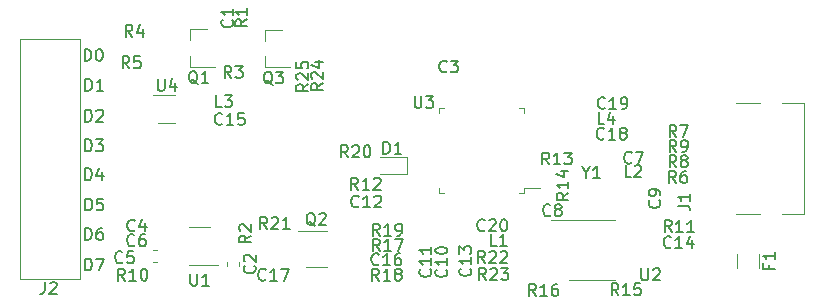
<source format=gbr>
%TF.GenerationSoftware,KiCad,Pcbnew,(5.1.6)-1*%
%TF.CreationDate,2020-08-12T13:20:57+08:00*%
%TF.ProjectId,sl_v2,736c5f76-322e-46b6-9963-61645f706362,rev?*%
%TF.SameCoordinates,Original*%
%TF.FileFunction,Legend,Top*%
%TF.FilePolarity,Positive*%
%FSLAX46Y46*%
G04 Gerber Fmt 4.6, Leading zero omitted, Abs format (unit mm)*
G04 Created by KiCad (PCBNEW (5.1.6)-1) date 2020-08-12 13:20:57*
%MOMM*%
%LPD*%
G01*
G04 APERTURE LIST*
%ADD10C,0.150000*%
%ADD11C,0.120000*%
G04 APERTURE END LIST*
D10*
X130833904Y-107487980D02*
X130833904Y-106487980D01*
X131072000Y-106487980D01*
X131214857Y-106535600D01*
X131310095Y-106630838D01*
X131357714Y-106726076D01*
X131405333Y-106916552D01*
X131405333Y-107059409D01*
X131357714Y-107249885D01*
X131310095Y-107345123D01*
X131214857Y-107440361D01*
X131072000Y-107487980D01*
X130833904Y-107487980D01*
X131738666Y-106487980D02*
X132405333Y-106487980D01*
X131976761Y-107487980D01*
X130833904Y-104897180D02*
X130833904Y-103897180D01*
X131072000Y-103897180D01*
X131214857Y-103944800D01*
X131310095Y-104040038D01*
X131357714Y-104135276D01*
X131405333Y-104325752D01*
X131405333Y-104468609D01*
X131357714Y-104659085D01*
X131310095Y-104754323D01*
X131214857Y-104849561D01*
X131072000Y-104897180D01*
X130833904Y-104897180D01*
X132262476Y-103897180D02*
X132072000Y-103897180D01*
X131976761Y-103944800D01*
X131929142Y-103992419D01*
X131833904Y-104135276D01*
X131786285Y-104325752D01*
X131786285Y-104706704D01*
X131833904Y-104801942D01*
X131881523Y-104849561D01*
X131976761Y-104897180D01*
X132167238Y-104897180D01*
X132262476Y-104849561D01*
X132310095Y-104801942D01*
X132357714Y-104706704D01*
X132357714Y-104468609D01*
X132310095Y-104373371D01*
X132262476Y-104325752D01*
X132167238Y-104278133D01*
X131976761Y-104278133D01*
X131881523Y-104325752D01*
X131833904Y-104373371D01*
X131786285Y-104468609D01*
X130859304Y-102407980D02*
X130859304Y-101407980D01*
X131097400Y-101407980D01*
X131240257Y-101455600D01*
X131335495Y-101550838D01*
X131383114Y-101646076D01*
X131430733Y-101836552D01*
X131430733Y-101979409D01*
X131383114Y-102169885D01*
X131335495Y-102265123D01*
X131240257Y-102360361D01*
X131097400Y-102407980D01*
X130859304Y-102407980D01*
X132335495Y-101407980D02*
X131859304Y-101407980D01*
X131811685Y-101884171D01*
X131859304Y-101836552D01*
X131954542Y-101788933D01*
X132192638Y-101788933D01*
X132287876Y-101836552D01*
X132335495Y-101884171D01*
X132383114Y-101979409D01*
X132383114Y-102217504D01*
X132335495Y-102312742D01*
X132287876Y-102360361D01*
X132192638Y-102407980D01*
X131954542Y-102407980D01*
X131859304Y-102360361D01*
X131811685Y-102312742D01*
X130833904Y-99842580D02*
X130833904Y-98842580D01*
X131072000Y-98842580D01*
X131214857Y-98890200D01*
X131310095Y-98985438D01*
X131357714Y-99080676D01*
X131405333Y-99271152D01*
X131405333Y-99414009D01*
X131357714Y-99604485D01*
X131310095Y-99699723D01*
X131214857Y-99794961D01*
X131072000Y-99842580D01*
X130833904Y-99842580D01*
X132262476Y-99175914D02*
X132262476Y-99842580D01*
X132024380Y-98794961D02*
X131786285Y-99509247D01*
X132405333Y-99509247D01*
X130833904Y-97404180D02*
X130833904Y-96404180D01*
X131072000Y-96404180D01*
X131214857Y-96451800D01*
X131310095Y-96547038D01*
X131357714Y-96642276D01*
X131405333Y-96832752D01*
X131405333Y-96975609D01*
X131357714Y-97166085D01*
X131310095Y-97261323D01*
X131214857Y-97356561D01*
X131072000Y-97404180D01*
X130833904Y-97404180D01*
X131738666Y-96404180D02*
X132357714Y-96404180D01*
X132024380Y-96785133D01*
X132167238Y-96785133D01*
X132262476Y-96832752D01*
X132310095Y-96880371D01*
X132357714Y-96975609D01*
X132357714Y-97213704D01*
X132310095Y-97308942D01*
X132262476Y-97356561D01*
X132167238Y-97404180D01*
X131881523Y-97404180D01*
X131786285Y-97356561D01*
X131738666Y-97308942D01*
X130833904Y-94889580D02*
X130833904Y-93889580D01*
X131072000Y-93889580D01*
X131214857Y-93937200D01*
X131310095Y-94032438D01*
X131357714Y-94127676D01*
X131405333Y-94318152D01*
X131405333Y-94461009D01*
X131357714Y-94651485D01*
X131310095Y-94746723D01*
X131214857Y-94841961D01*
X131072000Y-94889580D01*
X130833904Y-94889580D01*
X131786285Y-93984819D02*
X131833904Y-93937200D01*
X131929142Y-93889580D01*
X132167238Y-93889580D01*
X132262476Y-93937200D01*
X132310095Y-93984819D01*
X132357714Y-94080057D01*
X132357714Y-94175295D01*
X132310095Y-94318152D01*
X131738666Y-94889580D01*
X132357714Y-94889580D01*
X130859304Y-92273380D02*
X130859304Y-91273380D01*
X131097400Y-91273380D01*
X131240257Y-91321000D01*
X131335495Y-91416238D01*
X131383114Y-91511476D01*
X131430733Y-91701952D01*
X131430733Y-91844809D01*
X131383114Y-92035285D01*
X131335495Y-92130523D01*
X131240257Y-92225761D01*
X131097400Y-92273380D01*
X130859304Y-92273380D01*
X132383114Y-92273380D02*
X131811685Y-92273380D01*
X132097400Y-92273380D02*
X132097400Y-91273380D01*
X132002161Y-91416238D01*
X131906923Y-91511476D01*
X131811685Y-91559095D01*
X130783104Y-89758780D02*
X130783104Y-88758780D01*
X131021200Y-88758780D01*
X131164057Y-88806400D01*
X131259295Y-88901638D01*
X131306914Y-88996876D01*
X131354533Y-89187352D01*
X131354533Y-89330209D01*
X131306914Y-89520685D01*
X131259295Y-89615923D01*
X131164057Y-89711161D01*
X131021200Y-89758780D01*
X130783104Y-89758780D01*
X131973580Y-88758780D02*
X132068819Y-88758780D01*
X132164057Y-88806400D01*
X132211676Y-88854019D01*
X132259295Y-88949257D01*
X132306914Y-89139733D01*
X132306914Y-89377828D01*
X132259295Y-89568304D01*
X132211676Y-89663542D01*
X132164057Y-89711161D01*
X132068819Y-89758780D01*
X131973580Y-89758780D01*
X131878342Y-89711161D01*
X131830723Y-89663542D01*
X131783104Y-89568304D01*
X131735485Y-89377828D01*
X131735485Y-89139733D01*
X131783104Y-88949257D01*
X131830723Y-88854019D01*
X131878342Y-88806400D01*
X131973580Y-88758780D01*
D11*
%TO.C,J2*%
X125349000Y-87884000D02*
X125349000Y-108204000D01*
X125349000Y-108204000D02*
X130429000Y-108204000D01*
X130429000Y-108204000D02*
X130429000Y-87884000D01*
X130429000Y-87884000D02*
X125349000Y-87884000D01*
%TO.C,C2*%
X142873000Y-106771321D02*
X142873000Y-107096879D01*
X143893000Y-106771321D02*
X143893000Y-107096879D01*
%TO.C,U4*%
X137044200Y-94987600D02*
X138444200Y-94987600D01*
X138444200Y-92667600D02*
X136544200Y-92667600D01*
%TO.C,C5*%
X136916279Y-105789000D02*
X136590721Y-105789000D01*
X136916279Y-106809000D02*
X136590721Y-106809000D01*
%TO.C,D1*%
X158050700Y-97893200D02*
X155765700Y-97893200D01*
X158050700Y-99363200D02*
X158050700Y-97893200D01*
X155765700Y-99363200D02*
X158050700Y-99363200D01*
%TO.C,F1*%
X186034000Y-106080936D02*
X186034000Y-107285064D01*
X187854000Y-106080936D02*
X187854000Y-107285064D01*
%TO.C,J1*%
X191733000Y-102744000D02*
X191733000Y-93344000D01*
X185933000Y-93344000D02*
X187933000Y-93344000D01*
X189833000Y-93344000D02*
X191733000Y-93344000D01*
X185933000Y-102744000D02*
X187933000Y-102744000D01*
X189833000Y-102744000D02*
X191733000Y-102744000D01*
%TO.C,Q1*%
X139692600Y-87081200D02*
X141152600Y-87081200D01*
X139692600Y-90241200D02*
X141852600Y-90241200D01*
X139692600Y-90241200D02*
X139692600Y-89311200D01*
X139692600Y-87081200D02*
X139692600Y-88011200D01*
%TO.C,Q2*%
X151286100Y-104115900D02*
X148856100Y-104115900D01*
X149526100Y-107185900D02*
X151286100Y-107185900D01*
%TO.C,U1*%
X139612800Y-107032700D02*
X142062800Y-107032700D01*
X141412800Y-103812700D02*
X139612800Y-103812700D01*
%TO.C,U2*%
X173747200Y-103205600D02*
X170297200Y-103205600D01*
X173747200Y-103205600D02*
X175697200Y-103205600D01*
X173747200Y-108325600D02*
X171797200Y-108325600D01*
X173747200Y-108325600D02*
X175697200Y-108325600D01*
%TO.C,U3*%
X168028200Y-100489700D02*
X169318200Y-100489700D01*
X168028200Y-100939700D02*
X168028200Y-100489700D01*
X167578200Y-100939700D02*
X168028200Y-100939700D01*
X160808200Y-100939700D02*
X160808200Y-100489700D01*
X161258200Y-100939700D02*
X160808200Y-100939700D01*
X168028200Y-93719700D02*
X168028200Y-94169700D01*
X167578200Y-93719700D02*
X168028200Y-93719700D01*
X160808200Y-93719700D02*
X160808200Y-94169700D01*
X161258200Y-93719700D02*
X160808200Y-93719700D01*
%TO.C,Q3*%
X146036000Y-87127000D02*
X146036000Y-88057000D01*
X146036000Y-90287000D02*
X146036000Y-89357000D01*
X146036000Y-90287000D02*
X148196000Y-90287000D01*
X146036000Y-87127000D02*
X147496000Y-87127000D01*
%TO.C,J2*%
D10*
X127428666Y-108469180D02*
X127428666Y-109183466D01*
X127381047Y-109326323D01*
X127285809Y-109421561D01*
X127142952Y-109469180D01*
X127047714Y-109469180D01*
X127857238Y-108564419D02*
X127904857Y-108516800D01*
X128000095Y-108469180D01*
X128238190Y-108469180D01*
X128333428Y-108516800D01*
X128381047Y-108564419D01*
X128428666Y-108659657D01*
X128428666Y-108754895D01*
X128381047Y-108897752D01*
X127809619Y-109469180D01*
X128428666Y-109469180D01*
%TO.C,C2*%
X145170142Y-107100766D02*
X145217761Y-107148385D01*
X145265380Y-107291242D01*
X145265380Y-107386480D01*
X145217761Y-107529338D01*
X145122523Y-107624576D01*
X145027285Y-107672195D01*
X144836809Y-107719814D01*
X144693952Y-107719814D01*
X144503476Y-107672195D01*
X144408238Y-107624576D01*
X144313000Y-107529338D01*
X144265380Y-107386480D01*
X144265380Y-107291242D01*
X144313000Y-107148385D01*
X144360619Y-107100766D01*
X144360619Y-106719814D02*
X144313000Y-106672195D01*
X144265380Y-106576957D01*
X144265380Y-106338861D01*
X144313000Y-106243623D01*
X144360619Y-106196004D01*
X144455857Y-106148385D01*
X144551095Y-106148385D01*
X144693952Y-106196004D01*
X145265380Y-106767433D01*
X145265380Y-106148385D01*
%TO.C,R15*%
X175988742Y-109596180D02*
X175655409Y-109119990D01*
X175417314Y-109596180D02*
X175417314Y-108596180D01*
X175798266Y-108596180D01*
X175893504Y-108643800D01*
X175941123Y-108691419D01*
X175988742Y-108786657D01*
X175988742Y-108929514D01*
X175941123Y-109024752D01*
X175893504Y-109072371D01*
X175798266Y-109119990D01*
X175417314Y-109119990D01*
X176941123Y-109596180D02*
X176369695Y-109596180D01*
X176655409Y-109596180D02*
X176655409Y-108596180D01*
X176560171Y-108739038D01*
X176464933Y-108834276D01*
X176369695Y-108881895D01*
X177845885Y-108596180D02*
X177369695Y-108596180D01*
X177322076Y-109072371D01*
X177369695Y-109024752D01*
X177464933Y-108977133D01*
X177703028Y-108977133D01*
X177798266Y-109024752D01*
X177845885Y-109072371D01*
X177893504Y-109167609D01*
X177893504Y-109405704D01*
X177845885Y-109500942D01*
X177798266Y-109548561D01*
X177703028Y-109596180D01*
X177464933Y-109596180D01*
X177369695Y-109548561D01*
X177322076Y-109500942D01*
%TO.C,R22*%
X164685742Y-106852980D02*
X164352409Y-106376790D01*
X164114314Y-106852980D02*
X164114314Y-105852980D01*
X164495266Y-105852980D01*
X164590504Y-105900600D01*
X164638123Y-105948219D01*
X164685742Y-106043457D01*
X164685742Y-106186314D01*
X164638123Y-106281552D01*
X164590504Y-106329171D01*
X164495266Y-106376790D01*
X164114314Y-106376790D01*
X165066695Y-105948219D02*
X165114314Y-105900600D01*
X165209552Y-105852980D01*
X165447647Y-105852980D01*
X165542885Y-105900600D01*
X165590504Y-105948219D01*
X165638123Y-106043457D01*
X165638123Y-106138695D01*
X165590504Y-106281552D01*
X165019076Y-106852980D01*
X165638123Y-106852980D01*
X166019076Y-105948219D02*
X166066695Y-105900600D01*
X166161933Y-105852980D01*
X166400028Y-105852980D01*
X166495266Y-105900600D01*
X166542885Y-105948219D01*
X166590504Y-106043457D01*
X166590504Y-106138695D01*
X166542885Y-106281552D01*
X165971457Y-106852980D01*
X166590504Y-106852980D01*
%TO.C,C10*%
X161393142Y-107424457D02*
X161440761Y-107472076D01*
X161488380Y-107614933D01*
X161488380Y-107710171D01*
X161440761Y-107853028D01*
X161345523Y-107948266D01*
X161250285Y-107995885D01*
X161059809Y-108043504D01*
X160916952Y-108043504D01*
X160726476Y-107995885D01*
X160631238Y-107948266D01*
X160536000Y-107853028D01*
X160488380Y-107710171D01*
X160488380Y-107614933D01*
X160536000Y-107472076D01*
X160583619Y-107424457D01*
X161488380Y-106472076D02*
X161488380Y-107043504D01*
X161488380Y-106757790D02*
X160488380Y-106757790D01*
X160631238Y-106853028D01*
X160726476Y-106948266D01*
X160774095Y-107043504D01*
X160488380Y-105853028D02*
X160488380Y-105757790D01*
X160536000Y-105662552D01*
X160583619Y-105614933D01*
X160678857Y-105567314D01*
X160869333Y-105519695D01*
X161107428Y-105519695D01*
X161297904Y-105567314D01*
X161393142Y-105614933D01*
X161440761Y-105662552D01*
X161488380Y-105757790D01*
X161488380Y-105853028D01*
X161440761Y-105948266D01*
X161393142Y-105995885D01*
X161297904Y-106043504D01*
X161107428Y-106091123D01*
X160869333Y-106091123D01*
X160678857Y-106043504D01*
X160583619Y-105995885D01*
X160536000Y-105948266D01*
X160488380Y-105853028D01*
%TO.C,U4*%
X136982295Y-91279980D02*
X136982295Y-92089504D01*
X137029914Y-92184742D01*
X137077533Y-92232361D01*
X137172771Y-92279980D01*
X137363247Y-92279980D01*
X137458485Y-92232361D01*
X137506104Y-92184742D01*
X137553723Y-92089504D01*
X137553723Y-91279980D01*
X138458485Y-91613314D02*
X138458485Y-92279980D01*
X138220390Y-91232361D02*
X137982295Y-91946647D01*
X138601342Y-91946647D01*
%TO.C,L3*%
X142403533Y-93644980D02*
X141927342Y-93644980D01*
X141927342Y-92644980D01*
X142641628Y-92644980D02*
X143260676Y-92644980D01*
X142927342Y-93025933D01*
X143070200Y-93025933D01*
X143165438Y-93073552D01*
X143213057Y-93121171D01*
X143260676Y-93216409D01*
X143260676Y-93454504D01*
X143213057Y-93549742D01*
X143165438Y-93597361D01*
X143070200Y-93644980D01*
X142784485Y-93644980D01*
X142689247Y-93597361D01*
X142641628Y-93549742D01*
%TO.C,C15*%
X142435342Y-95073742D02*
X142387723Y-95121361D01*
X142244866Y-95168980D01*
X142149628Y-95168980D01*
X142006771Y-95121361D01*
X141911533Y-95026123D01*
X141863914Y-94930885D01*
X141816295Y-94740409D01*
X141816295Y-94597552D01*
X141863914Y-94407076D01*
X141911533Y-94311838D01*
X142006771Y-94216600D01*
X142149628Y-94168980D01*
X142244866Y-94168980D01*
X142387723Y-94216600D01*
X142435342Y-94264219D01*
X143387723Y-95168980D02*
X142816295Y-95168980D01*
X143102009Y-95168980D02*
X143102009Y-94168980D01*
X143006771Y-94311838D01*
X142911533Y-94407076D01*
X142816295Y-94454695D01*
X144292485Y-94168980D02*
X143816295Y-94168980D01*
X143768676Y-94645171D01*
X143816295Y-94597552D01*
X143911533Y-94549933D01*
X144149628Y-94549933D01*
X144244866Y-94597552D01*
X144292485Y-94645171D01*
X144340104Y-94740409D01*
X144340104Y-94978504D01*
X144292485Y-95073742D01*
X144244866Y-95121361D01*
X144149628Y-95168980D01*
X143911533Y-95168980D01*
X143816295Y-95121361D01*
X143768676Y-95073742D01*
%TO.C,C1*%
X143282942Y-86272666D02*
X143330561Y-86320285D01*
X143378180Y-86463142D01*
X143378180Y-86558380D01*
X143330561Y-86701238D01*
X143235323Y-86796476D01*
X143140085Y-86844095D01*
X142949609Y-86891714D01*
X142806752Y-86891714D01*
X142616276Y-86844095D01*
X142521038Y-86796476D01*
X142425800Y-86701238D01*
X142378180Y-86558380D01*
X142378180Y-86463142D01*
X142425800Y-86320285D01*
X142473419Y-86272666D01*
X143378180Y-85320285D02*
X143378180Y-85891714D01*
X143378180Y-85606000D02*
X142378180Y-85606000D01*
X142521038Y-85701238D01*
X142616276Y-85796476D01*
X142663895Y-85891714D01*
%TO.C,C3*%
X161453533Y-90628742D02*
X161405914Y-90676361D01*
X161263057Y-90723980D01*
X161167819Y-90723980D01*
X161024961Y-90676361D01*
X160929723Y-90581123D01*
X160882104Y-90485885D01*
X160834485Y-90295409D01*
X160834485Y-90152552D01*
X160882104Y-89962076D01*
X160929723Y-89866838D01*
X161024961Y-89771600D01*
X161167819Y-89723980D01*
X161263057Y-89723980D01*
X161405914Y-89771600D01*
X161453533Y-89819219D01*
X161786866Y-89723980D02*
X162405914Y-89723980D01*
X162072580Y-90104933D01*
X162215438Y-90104933D01*
X162310676Y-90152552D01*
X162358295Y-90200171D01*
X162405914Y-90295409D01*
X162405914Y-90533504D01*
X162358295Y-90628742D01*
X162310676Y-90676361D01*
X162215438Y-90723980D01*
X161929723Y-90723980D01*
X161834485Y-90676361D01*
X161786866Y-90628742D01*
%TO.C,C4*%
X135037533Y-104090742D02*
X134989914Y-104138361D01*
X134847057Y-104185980D01*
X134751819Y-104185980D01*
X134608961Y-104138361D01*
X134513723Y-104043123D01*
X134466104Y-103947885D01*
X134418485Y-103757409D01*
X134418485Y-103614552D01*
X134466104Y-103424076D01*
X134513723Y-103328838D01*
X134608961Y-103233600D01*
X134751819Y-103185980D01*
X134847057Y-103185980D01*
X134989914Y-103233600D01*
X135037533Y-103281219D01*
X135894676Y-103519314D02*
X135894676Y-104185980D01*
X135656580Y-103138361D02*
X135418485Y-103852647D01*
X136037533Y-103852647D01*
%TO.C,C5*%
X133996133Y-106783142D02*
X133948514Y-106830761D01*
X133805657Y-106878380D01*
X133710419Y-106878380D01*
X133567561Y-106830761D01*
X133472323Y-106735523D01*
X133424704Y-106640285D01*
X133377085Y-106449809D01*
X133377085Y-106306952D01*
X133424704Y-106116476D01*
X133472323Y-106021238D01*
X133567561Y-105926000D01*
X133710419Y-105878380D01*
X133805657Y-105878380D01*
X133948514Y-105926000D01*
X133996133Y-105973619D01*
X134900895Y-105878380D02*
X134424704Y-105878380D01*
X134377085Y-106354571D01*
X134424704Y-106306952D01*
X134519942Y-106259333D01*
X134758038Y-106259333D01*
X134853276Y-106306952D01*
X134900895Y-106354571D01*
X134948514Y-106449809D01*
X134948514Y-106687904D01*
X134900895Y-106783142D01*
X134853276Y-106830761D01*
X134758038Y-106878380D01*
X134519942Y-106878380D01*
X134424704Y-106830761D01*
X134377085Y-106783142D01*
%TO.C,C6*%
X135012133Y-105335342D02*
X134964514Y-105382961D01*
X134821657Y-105430580D01*
X134726419Y-105430580D01*
X134583561Y-105382961D01*
X134488323Y-105287723D01*
X134440704Y-105192485D01*
X134393085Y-105002009D01*
X134393085Y-104859152D01*
X134440704Y-104668676D01*
X134488323Y-104573438D01*
X134583561Y-104478200D01*
X134726419Y-104430580D01*
X134821657Y-104430580D01*
X134964514Y-104478200D01*
X135012133Y-104525819D01*
X135869276Y-104430580D02*
X135678800Y-104430580D01*
X135583561Y-104478200D01*
X135535942Y-104525819D01*
X135440704Y-104668676D01*
X135393085Y-104859152D01*
X135393085Y-105240104D01*
X135440704Y-105335342D01*
X135488323Y-105382961D01*
X135583561Y-105430580D01*
X135774038Y-105430580D01*
X135869276Y-105382961D01*
X135916895Y-105335342D01*
X135964514Y-105240104D01*
X135964514Y-105002009D01*
X135916895Y-104906771D01*
X135869276Y-104859152D01*
X135774038Y-104811533D01*
X135583561Y-104811533D01*
X135488323Y-104859152D01*
X135440704Y-104906771D01*
X135393085Y-105002009D01*
%TO.C,C7*%
X177099933Y-98350342D02*
X177052314Y-98397961D01*
X176909457Y-98445580D01*
X176814219Y-98445580D01*
X176671361Y-98397961D01*
X176576123Y-98302723D01*
X176528504Y-98207485D01*
X176480885Y-98017009D01*
X176480885Y-97874152D01*
X176528504Y-97683676D01*
X176576123Y-97588438D01*
X176671361Y-97493200D01*
X176814219Y-97445580D01*
X176909457Y-97445580D01*
X177052314Y-97493200D01*
X177099933Y-97540819D01*
X177433266Y-97445580D02*
X178099933Y-97445580D01*
X177671361Y-98445580D01*
%TO.C,C8*%
X170216533Y-102795342D02*
X170168914Y-102842961D01*
X170026057Y-102890580D01*
X169930819Y-102890580D01*
X169787961Y-102842961D01*
X169692723Y-102747723D01*
X169645104Y-102652485D01*
X169597485Y-102462009D01*
X169597485Y-102319152D01*
X169645104Y-102128676D01*
X169692723Y-102033438D01*
X169787961Y-101938200D01*
X169930819Y-101890580D01*
X170026057Y-101890580D01*
X170168914Y-101938200D01*
X170216533Y-101985819D01*
X170787961Y-102319152D02*
X170692723Y-102271533D01*
X170645104Y-102223914D01*
X170597485Y-102128676D01*
X170597485Y-102081057D01*
X170645104Y-101985819D01*
X170692723Y-101938200D01*
X170787961Y-101890580D01*
X170978438Y-101890580D01*
X171073676Y-101938200D01*
X171121295Y-101985819D01*
X171168914Y-102081057D01*
X171168914Y-102128676D01*
X171121295Y-102223914D01*
X171073676Y-102271533D01*
X170978438Y-102319152D01*
X170787961Y-102319152D01*
X170692723Y-102366771D01*
X170645104Y-102414390D01*
X170597485Y-102509628D01*
X170597485Y-102700104D01*
X170645104Y-102795342D01*
X170692723Y-102842961D01*
X170787961Y-102890580D01*
X170978438Y-102890580D01*
X171073676Y-102842961D01*
X171121295Y-102795342D01*
X171168914Y-102700104D01*
X171168914Y-102509628D01*
X171121295Y-102414390D01*
X171073676Y-102366771D01*
X170978438Y-102319152D01*
%TO.C,C9*%
X179452542Y-101563466D02*
X179500161Y-101611085D01*
X179547780Y-101753942D01*
X179547780Y-101849180D01*
X179500161Y-101992038D01*
X179404923Y-102087276D01*
X179309685Y-102134895D01*
X179119209Y-102182514D01*
X178976352Y-102182514D01*
X178785876Y-102134895D01*
X178690638Y-102087276D01*
X178595400Y-101992038D01*
X178547780Y-101849180D01*
X178547780Y-101753942D01*
X178595400Y-101611085D01*
X178643019Y-101563466D01*
X179547780Y-101087276D02*
X179547780Y-100896800D01*
X179500161Y-100801561D01*
X179452542Y-100753942D01*
X179309685Y-100658704D01*
X179119209Y-100611085D01*
X178738257Y-100611085D01*
X178643019Y-100658704D01*
X178595400Y-100706323D01*
X178547780Y-100801561D01*
X178547780Y-100992038D01*
X178595400Y-101087276D01*
X178643019Y-101134895D01*
X178738257Y-101182514D01*
X178976352Y-101182514D01*
X179071590Y-101134895D01*
X179119209Y-101087276D01*
X179166828Y-100992038D01*
X179166828Y-100801561D01*
X179119209Y-100706323D01*
X179071590Y-100658704D01*
X178976352Y-100611085D01*
%TO.C,C11*%
X160046942Y-107399057D02*
X160094561Y-107446676D01*
X160142180Y-107589533D01*
X160142180Y-107684771D01*
X160094561Y-107827628D01*
X159999323Y-107922866D01*
X159904085Y-107970485D01*
X159713609Y-108018104D01*
X159570752Y-108018104D01*
X159380276Y-107970485D01*
X159285038Y-107922866D01*
X159189800Y-107827628D01*
X159142180Y-107684771D01*
X159142180Y-107589533D01*
X159189800Y-107446676D01*
X159237419Y-107399057D01*
X160142180Y-106446676D02*
X160142180Y-107018104D01*
X160142180Y-106732390D02*
X159142180Y-106732390D01*
X159285038Y-106827628D01*
X159380276Y-106922866D01*
X159427895Y-107018104D01*
X160142180Y-105494295D02*
X160142180Y-106065723D01*
X160142180Y-105780009D02*
X159142180Y-105780009D01*
X159285038Y-105875247D01*
X159380276Y-105970485D01*
X159427895Y-106065723D01*
%TO.C,C12*%
X153992342Y-102058742D02*
X153944723Y-102106361D01*
X153801866Y-102153980D01*
X153706628Y-102153980D01*
X153563771Y-102106361D01*
X153468533Y-102011123D01*
X153420914Y-101915885D01*
X153373295Y-101725409D01*
X153373295Y-101582552D01*
X153420914Y-101392076D01*
X153468533Y-101296838D01*
X153563771Y-101201600D01*
X153706628Y-101153980D01*
X153801866Y-101153980D01*
X153944723Y-101201600D01*
X153992342Y-101249219D01*
X154944723Y-102153980D02*
X154373295Y-102153980D01*
X154659009Y-102153980D02*
X154659009Y-101153980D01*
X154563771Y-101296838D01*
X154468533Y-101392076D01*
X154373295Y-101439695D01*
X155325676Y-101249219D02*
X155373295Y-101201600D01*
X155468533Y-101153980D01*
X155706628Y-101153980D01*
X155801866Y-101201600D01*
X155849485Y-101249219D01*
X155897104Y-101344457D01*
X155897104Y-101439695D01*
X155849485Y-101582552D01*
X155278057Y-102153980D01*
X155897104Y-102153980D01*
%TO.C,C13*%
X163425142Y-107348257D02*
X163472761Y-107395876D01*
X163520380Y-107538733D01*
X163520380Y-107633971D01*
X163472761Y-107776828D01*
X163377523Y-107872066D01*
X163282285Y-107919685D01*
X163091809Y-107967304D01*
X162948952Y-107967304D01*
X162758476Y-107919685D01*
X162663238Y-107872066D01*
X162568000Y-107776828D01*
X162520380Y-107633971D01*
X162520380Y-107538733D01*
X162568000Y-107395876D01*
X162615619Y-107348257D01*
X163520380Y-106395876D02*
X163520380Y-106967304D01*
X163520380Y-106681590D02*
X162520380Y-106681590D01*
X162663238Y-106776828D01*
X162758476Y-106872066D01*
X162806095Y-106967304D01*
X162520380Y-106062542D02*
X162520380Y-105443495D01*
X162901333Y-105776828D01*
X162901333Y-105633971D01*
X162948952Y-105538733D01*
X162996571Y-105491114D01*
X163091809Y-105443495D01*
X163329904Y-105443495D01*
X163425142Y-105491114D01*
X163472761Y-105538733D01*
X163520380Y-105633971D01*
X163520380Y-105919685D01*
X163472761Y-106014923D01*
X163425142Y-106062542D01*
%TO.C,C14*%
X180433742Y-105513142D02*
X180386123Y-105560761D01*
X180243266Y-105608380D01*
X180148028Y-105608380D01*
X180005171Y-105560761D01*
X179909933Y-105465523D01*
X179862314Y-105370285D01*
X179814695Y-105179809D01*
X179814695Y-105036952D01*
X179862314Y-104846476D01*
X179909933Y-104751238D01*
X180005171Y-104656000D01*
X180148028Y-104608380D01*
X180243266Y-104608380D01*
X180386123Y-104656000D01*
X180433742Y-104703619D01*
X181386123Y-105608380D02*
X180814695Y-105608380D01*
X181100409Y-105608380D02*
X181100409Y-104608380D01*
X181005171Y-104751238D01*
X180909933Y-104846476D01*
X180814695Y-104894095D01*
X182243266Y-104941714D02*
X182243266Y-105608380D01*
X182005171Y-104560761D02*
X181767076Y-105275047D01*
X182386123Y-105275047D01*
%TO.C,C16*%
X155694142Y-106960942D02*
X155646523Y-107008561D01*
X155503666Y-107056180D01*
X155408428Y-107056180D01*
X155265571Y-107008561D01*
X155170333Y-106913323D01*
X155122714Y-106818085D01*
X155075095Y-106627609D01*
X155075095Y-106484752D01*
X155122714Y-106294276D01*
X155170333Y-106199038D01*
X155265571Y-106103800D01*
X155408428Y-106056180D01*
X155503666Y-106056180D01*
X155646523Y-106103800D01*
X155694142Y-106151419D01*
X156646523Y-107056180D02*
X156075095Y-107056180D01*
X156360809Y-107056180D02*
X156360809Y-106056180D01*
X156265571Y-106199038D01*
X156170333Y-106294276D01*
X156075095Y-106341895D01*
X157503666Y-106056180D02*
X157313190Y-106056180D01*
X157217952Y-106103800D01*
X157170333Y-106151419D01*
X157075095Y-106294276D01*
X157027476Y-106484752D01*
X157027476Y-106865704D01*
X157075095Y-106960942D01*
X157122714Y-107008561D01*
X157217952Y-107056180D01*
X157408428Y-107056180D01*
X157503666Y-107008561D01*
X157551285Y-106960942D01*
X157598904Y-106865704D01*
X157598904Y-106627609D01*
X157551285Y-106532371D01*
X157503666Y-106484752D01*
X157408428Y-106437133D01*
X157217952Y-106437133D01*
X157122714Y-106484752D01*
X157075095Y-106532371D01*
X157027476Y-106627609D01*
%TO.C,C17*%
X146118342Y-108256342D02*
X146070723Y-108303961D01*
X145927866Y-108351580D01*
X145832628Y-108351580D01*
X145689771Y-108303961D01*
X145594533Y-108208723D01*
X145546914Y-108113485D01*
X145499295Y-107923009D01*
X145499295Y-107780152D01*
X145546914Y-107589676D01*
X145594533Y-107494438D01*
X145689771Y-107399200D01*
X145832628Y-107351580D01*
X145927866Y-107351580D01*
X146070723Y-107399200D01*
X146118342Y-107446819D01*
X147070723Y-108351580D02*
X146499295Y-108351580D01*
X146785009Y-108351580D02*
X146785009Y-107351580D01*
X146689771Y-107494438D01*
X146594533Y-107589676D01*
X146499295Y-107637295D01*
X147404057Y-107351580D02*
X148070723Y-107351580D01*
X147642152Y-108351580D01*
%TO.C,C18*%
X174769542Y-96318342D02*
X174721923Y-96365961D01*
X174579066Y-96413580D01*
X174483828Y-96413580D01*
X174340971Y-96365961D01*
X174245733Y-96270723D01*
X174198114Y-96175485D01*
X174150495Y-95985009D01*
X174150495Y-95842152D01*
X174198114Y-95651676D01*
X174245733Y-95556438D01*
X174340971Y-95461200D01*
X174483828Y-95413580D01*
X174579066Y-95413580D01*
X174721923Y-95461200D01*
X174769542Y-95508819D01*
X175721923Y-96413580D02*
X175150495Y-96413580D01*
X175436209Y-96413580D02*
X175436209Y-95413580D01*
X175340971Y-95556438D01*
X175245733Y-95651676D01*
X175150495Y-95699295D01*
X176293352Y-95842152D02*
X176198114Y-95794533D01*
X176150495Y-95746914D01*
X176102876Y-95651676D01*
X176102876Y-95604057D01*
X176150495Y-95508819D01*
X176198114Y-95461200D01*
X176293352Y-95413580D01*
X176483828Y-95413580D01*
X176579066Y-95461200D01*
X176626685Y-95508819D01*
X176674304Y-95604057D01*
X176674304Y-95651676D01*
X176626685Y-95746914D01*
X176579066Y-95794533D01*
X176483828Y-95842152D01*
X176293352Y-95842152D01*
X176198114Y-95889771D01*
X176150495Y-95937390D01*
X176102876Y-96032628D01*
X176102876Y-96223104D01*
X176150495Y-96318342D01*
X176198114Y-96365961D01*
X176293352Y-96413580D01*
X176483828Y-96413580D01*
X176579066Y-96365961D01*
X176626685Y-96318342D01*
X176674304Y-96223104D01*
X176674304Y-96032628D01*
X176626685Y-95937390D01*
X176579066Y-95889771D01*
X176483828Y-95842152D01*
%TO.C,D1*%
X156081504Y-97607380D02*
X156081504Y-96607380D01*
X156319600Y-96607380D01*
X156462457Y-96655000D01*
X156557695Y-96750238D01*
X156605314Y-96845476D01*
X156652933Y-97035952D01*
X156652933Y-97178809D01*
X156605314Y-97369285D01*
X156557695Y-97464523D01*
X156462457Y-97559761D01*
X156319600Y-97607380D01*
X156081504Y-97607380D01*
X157605314Y-97607380D02*
X157033885Y-97607380D01*
X157319600Y-97607380D02*
X157319600Y-96607380D01*
X157224361Y-96750238D01*
X157129123Y-96845476D01*
X157033885Y-96893095D01*
%TO.C,F1*%
X188692571Y-107016333D02*
X188692571Y-107349666D01*
X189216380Y-107349666D02*
X188216380Y-107349666D01*
X188216380Y-106873476D01*
X189216380Y-105968714D02*
X189216380Y-106540142D01*
X189216380Y-106254428D02*
X188216380Y-106254428D01*
X188359238Y-106349666D01*
X188454476Y-106444904D01*
X188502095Y-106540142D01*
%TO.C,J1*%
X181036980Y-102009533D02*
X181751266Y-102009533D01*
X181894123Y-102057152D01*
X181989361Y-102152390D01*
X182036980Y-102295247D01*
X182036980Y-102390485D01*
X182036980Y-101009533D02*
X182036980Y-101580961D01*
X182036980Y-101295247D02*
X181036980Y-101295247D01*
X181179838Y-101390485D01*
X181275076Y-101485723D01*
X181322695Y-101580961D01*
%TO.C,L1*%
X165669933Y-105405180D02*
X165193742Y-105405180D01*
X165193742Y-104405180D01*
X166527076Y-105405180D02*
X165955647Y-105405180D01*
X166241361Y-105405180D02*
X166241361Y-104405180D01*
X166146123Y-104548038D01*
X166050885Y-104643276D01*
X165955647Y-104690895D01*
%TO.C,L2*%
X177074533Y-99588580D02*
X176598342Y-99588580D01*
X176598342Y-98588580D01*
X177360247Y-98683819D02*
X177407866Y-98636200D01*
X177503104Y-98588580D01*
X177741200Y-98588580D01*
X177836438Y-98636200D01*
X177884057Y-98683819D01*
X177931676Y-98779057D01*
X177931676Y-98874295D01*
X177884057Y-99017152D01*
X177312628Y-99588580D01*
X177931676Y-99588580D01*
%TO.C,L4*%
X174788533Y-95118180D02*
X174312342Y-95118180D01*
X174312342Y-94118180D01*
X175550438Y-94451514D02*
X175550438Y-95118180D01*
X175312342Y-94070561D02*
X175074247Y-94784847D01*
X175693295Y-94784847D01*
%TO.C,Q1*%
X140357361Y-91708819D02*
X140262123Y-91661200D01*
X140166885Y-91565961D01*
X140024028Y-91423104D01*
X139928790Y-91375485D01*
X139833552Y-91375485D01*
X139881171Y-91613580D02*
X139785933Y-91565961D01*
X139690695Y-91470723D01*
X139643076Y-91280247D01*
X139643076Y-90946914D01*
X139690695Y-90756438D01*
X139785933Y-90661200D01*
X139881171Y-90613580D01*
X140071647Y-90613580D01*
X140166885Y-90661200D01*
X140262123Y-90756438D01*
X140309742Y-90946914D01*
X140309742Y-91280247D01*
X140262123Y-91470723D01*
X140166885Y-91565961D01*
X140071647Y-91613580D01*
X139881171Y-91613580D01*
X141262123Y-91613580D02*
X140690695Y-91613580D01*
X140976409Y-91613580D02*
X140976409Y-90613580D01*
X140881171Y-90756438D01*
X140785933Y-90851676D01*
X140690695Y-90899295D01*
%TO.C,Q2*%
X150310861Y-103723519D02*
X150215623Y-103675900D01*
X150120385Y-103580661D01*
X149977528Y-103437804D01*
X149882290Y-103390185D01*
X149787052Y-103390185D01*
X149834671Y-103628280D02*
X149739433Y-103580661D01*
X149644195Y-103485423D01*
X149596576Y-103294947D01*
X149596576Y-102961614D01*
X149644195Y-102771138D01*
X149739433Y-102675900D01*
X149834671Y-102628280D01*
X150025147Y-102628280D01*
X150120385Y-102675900D01*
X150215623Y-102771138D01*
X150263242Y-102961614D01*
X150263242Y-103294947D01*
X150215623Y-103485423D01*
X150120385Y-103580661D01*
X150025147Y-103628280D01*
X149834671Y-103628280D01*
X150644195Y-102723519D02*
X150691814Y-102675900D01*
X150787052Y-102628280D01*
X151025147Y-102628280D01*
X151120385Y-102675900D01*
X151168004Y-102723519D01*
X151215623Y-102818757D01*
X151215623Y-102913995D01*
X151168004Y-103056852D01*
X150596576Y-103628280D01*
X151215623Y-103628280D01*
%TO.C,R1*%
X144546580Y-86247266D02*
X144070390Y-86580600D01*
X144546580Y-86818695D02*
X143546580Y-86818695D01*
X143546580Y-86437742D01*
X143594200Y-86342504D01*
X143641819Y-86294885D01*
X143737057Y-86247266D01*
X143879914Y-86247266D01*
X143975152Y-86294885D01*
X144022771Y-86342504D01*
X144070390Y-86437742D01*
X144070390Y-86818695D01*
X144546580Y-85294885D02*
X144546580Y-85866314D01*
X144546580Y-85580600D02*
X143546580Y-85580600D01*
X143689438Y-85675838D01*
X143784676Y-85771076D01*
X143832295Y-85866314D01*
%TO.C,R2*%
X144878380Y-104537666D02*
X144402190Y-104871000D01*
X144878380Y-105109095D02*
X143878380Y-105109095D01*
X143878380Y-104728142D01*
X143926000Y-104632904D01*
X143973619Y-104585285D01*
X144068857Y-104537666D01*
X144211714Y-104537666D01*
X144306952Y-104585285D01*
X144354571Y-104632904D01*
X144402190Y-104728142D01*
X144402190Y-105109095D01*
X143973619Y-104156714D02*
X143926000Y-104109095D01*
X143878380Y-104013857D01*
X143878380Y-103775761D01*
X143926000Y-103680523D01*
X143973619Y-103632904D01*
X144068857Y-103585285D01*
X144164095Y-103585285D01*
X144306952Y-103632904D01*
X144878380Y-104204333D01*
X144878380Y-103585285D01*
%TO.C,R3*%
X143213933Y-91182780D02*
X142880600Y-90706590D01*
X142642504Y-91182780D02*
X142642504Y-90182780D01*
X143023457Y-90182780D01*
X143118695Y-90230400D01*
X143166314Y-90278019D01*
X143213933Y-90373257D01*
X143213933Y-90516114D01*
X143166314Y-90611352D01*
X143118695Y-90658971D01*
X143023457Y-90706590D01*
X142642504Y-90706590D01*
X143547266Y-90182780D02*
X144166314Y-90182780D01*
X143832980Y-90563733D01*
X143975838Y-90563733D01*
X144071076Y-90611352D01*
X144118695Y-90658971D01*
X144166314Y-90754209D01*
X144166314Y-90992304D01*
X144118695Y-91087542D01*
X144071076Y-91135161D01*
X143975838Y-91182780D01*
X143690123Y-91182780D01*
X143594885Y-91135161D01*
X143547266Y-91087542D01*
%TO.C,R4*%
X134834333Y-87701380D02*
X134501000Y-87225190D01*
X134262904Y-87701380D02*
X134262904Y-86701380D01*
X134643857Y-86701380D01*
X134739095Y-86749000D01*
X134786714Y-86796619D01*
X134834333Y-86891857D01*
X134834333Y-87034714D01*
X134786714Y-87129952D01*
X134739095Y-87177571D01*
X134643857Y-87225190D01*
X134262904Y-87225190D01*
X135691476Y-87034714D02*
X135691476Y-87701380D01*
X135453380Y-86653761D02*
X135215285Y-87368047D01*
X135834333Y-87368047D01*
%TO.C,R5*%
X134580333Y-90368380D02*
X134247000Y-89892190D01*
X134008904Y-90368380D02*
X134008904Y-89368380D01*
X134389857Y-89368380D01*
X134485095Y-89416000D01*
X134532714Y-89463619D01*
X134580333Y-89558857D01*
X134580333Y-89701714D01*
X134532714Y-89796952D01*
X134485095Y-89844571D01*
X134389857Y-89892190D01*
X134008904Y-89892190D01*
X135485095Y-89368380D02*
X135008904Y-89368380D01*
X134961285Y-89844571D01*
X135008904Y-89796952D01*
X135104142Y-89749333D01*
X135342238Y-89749333D01*
X135437476Y-89796952D01*
X135485095Y-89844571D01*
X135532714Y-89939809D01*
X135532714Y-90177904D01*
X135485095Y-90273142D01*
X135437476Y-90320761D01*
X135342238Y-90368380D01*
X135104142Y-90368380D01*
X135008904Y-90320761D01*
X134961285Y-90273142D01*
%TO.C,R6*%
X180859133Y-100071180D02*
X180525800Y-99594990D01*
X180287704Y-100071180D02*
X180287704Y-99071180D01*
X180668657Y-99071180D01*
X180763895Y-99118800D01*
X180811514Y-99166419D01*
X180859133Y-99261657D01*
X180859133Y-99404514D01*
X180811514Y-99499752D01*
X180763895Y-99547371D01*
X180668657Y-99594990D01*
X180287704Y-99594990D01*
X181716276Y-99071180D02*
X181525800Y-99071180D01*
X181430561Y-99118800D01*
X181382942Y-99166419D01*
X181287704Y-99309276D01*
X181240085Y-99499752D01*
X181240085Y-99880704D01*
X181287704Y-99975942D01*
X181335323Y-100023561D01*
X181430561Y-100071180D01*
X181621038Y-100071180D01*
X181716276Y-100023561D01*
X181763895Y-99975942D01*
X181811514Y-99880704D01*
X181811514Y-99642609D01*
X181763895Y-99547371D01*
X181716276Y-99499752D01*
X181621038Y-99452133D01*
X181430561Y-99452133D01*
X181335323Y-99499752D01*
X181287704Y-99547371D01*
X181240085Y-99642609D01*
%TO.C,R7*%
X180884533Y-96184980D02*
X180551200Y-95708790D01*
X180313104Y-96184980D02*
X180313104Y-95184980D01*
X180694057Y-95184980D01*
X180789295Y-95232600D01*
X180836914Y-95280219D01*
X180884533Y-95375457D01*
X180884533Y-95518314D01*
X180836914Y-95613552D01*
X180789295Y-95661171D01*
X180694057Y-95708790D01*
X180313104Y-95708790D01*
X181217866Y-95184980D02*
X181884533Y-95184980D01*
X181455961Y-96184980D01*
%TO.C,R8*%
X180884533Y-98750380D02*
X180551200Y-98274190D01*
X180313104Y-98750380D02*
X180313104Y-97750380D01*
X180694057Y-97750380D01*
X180789295Y-97798000D01*
X180836914Y-97845619D01*
X180884533Y-97940857D01*
X180884533Y-98083714D01*
X180836914Y-98178952D01*
X180789295Y-98226571D01*
X180694057Y-98274190D01*
X180313104Y-98274190D01*
X181455961Y-98178952D02*
X181360723Y-98131333D01*
X181313104Y-98083714D01*
X181265485Y-97988476D01*
X181265485Y-97940857D01*
X181313104Y-97845619D01*
X181360723Y-97798000D01*
X181455961Y-97750380D01*
X181646438Y-97750380D01*
X181741676Y-97798000D01*
X181789295Y-97845619D01*
X181836914Y-97940857D01*
X181836914Y-97988476D01*
X181789295Y-98083714D01*
X181741676Y-98131333D01*
X181646438Y-98178952D01*
X181455961Y-98178952D01*
X181360723Y-98226571D01*
X181313104Y-98274190D01*
X181265485Y-98369428D01*
X181265485Y-98559904D01*
X181313104Y-98655142D01*
X181360723Y-98702761D01*
X181455961Y-98750380D01*
X181646438Y-98750380D01*
X181741676Y-98702761D01*
X181789295Y-98655142D01*
X181836914Y-98559904D01*
X181836914Y-98369428D01*
X181789295Y-98274190D01*
X181741676Y-98226571D01*
X181646438Y-98178952D01*
%TO.C,R9*%
X180884533Y-97454980D02*
X180551200Y-96978790D01*
X180313104Y-97454980D02*
X180313104Y-96454980D01*
X180694057Y-96454980D01*
X180789295Y-96502600D01*
X180836914Y-96550219D01*
X180884533Y-96645457D01*
X180884533Y-96788314D01*
X180836914Y-96883552D01*
X180789295Y-96931171D01*
X180694057Y-96978790D01*
X180313104Y-96978790D01*
X181360723Y-97454980D02*
X181551200Y-97454980D01*
X181646438Y-97407361D01*
X181694057Y-97359742D01*
X181789295Y-97216885D01*
X181836914Y-97026409D01*
X181836914Y-96645457D01*
X181789295Y-96550219D01*
X181741676Y-96502600D01*
X181646438Y-96454980D01*
X181455961Y-96454980D01*
X181360723Y-96502600D01*
X181313104Y-96550219D01*
X181265485Y-96645457D01*
X181265485Y-96883552D01*
X181313104Y-96978790D01*
X181360723Y-97026409D01*
X181455961Y-97074028D01*
X181646438Y-97074028D01*
X181741676Y-97026409D01*
X181789295Y-96978790D01*
X181836914Y-96883552D01*
%TO.C,R10*%
X134205742Y-108351580D02*
X133872409Y-107875390D01*
X133634314Y-108351580D02*
X133634314Y-107351580D01*
X134015266Y-107351580D01*
X134110504Y-107399200D01*
X134158123Y-107446819D01*
X134205742Y-107542057D01*
X134205742Y-107684914D01*
X134158123Y-107780152D01*
X134110504Y-107827771D01*
X134015266Y-107875390D01*
X133634314Y-107875390D01*
X135158123Y-108351580D02*
X134586695Y-108351580D01*
X134872409Y-108351580D02*
X134872409Y-107351580D01*
X134777171Y-107494438D01*
X134681933Y-107589676D01*
X134586695Y-107637295D01*
X135777171Y-107351580D02*
X135872409Y-107351580D01*
X135967647Y-107399200D01*
X136015266Y-107446819D01*
X136062885Y-107542057D01*
X136110504Y-107732533D01*
X136110504Y-107970628D01*
X136062885Y-108161104D01*
X136015266Y-108256342D01*
X135967647Y-108303961D01*
X135872409Y-108351580D01*
X135777171Y-108351580D01*
X135681933Y-108303961D01*
X135634314Y-108256342D01*
X135586695Y-108161104D01*
X135539076Y-107970628D01*
X135539076Y-107732533D01*
X135586695Y-107542057D01*
X135634314Y-107446819D01*
X135681933Y-107399200D01*
X135777171Y-107351580D01*
%TO.C,R11*%
X180484542Y-104236780D02*
X180151209Y-103760590D01*
X179913114Y-104236780D02*
X179913114Y-103236780D01*
X180294066Y-103236780D01*
X180389304Y-103284400D01*
X180436923Y-103332019D01*
X180484542Y-103427257D01*
X180484542Y-103570114D01*
X180436923Y-103665352D01*
X180389304Y-103712971D01*
X180294066Y-103760590D01*
X179913114Y-103760590D01*
X181436923Y-104236780D02*
X180865495Y-104236780D01*
X181151209Y-104236780D02*
X181151209Y-103236780D01*
X181055971Y-103379638D01*
X180960733Y-103474876D01*
X180865495Y-103522495D01*
X182389304Y-104236780D02*
X181817876Y-104236780D01*
X182103590Y-104236780D02*
X182103590Y-103236780D01*
X182008352Y-103379638D01*
X181913114Y-103474876D01*
X181817876Y-103522495D01*
%TO.C,R12*%
X153941542Y-100655380D02*
X153608209Y-100179190D01*
X153370114Y-100655380D02*
X153370114Y-99655380D01*
X153751066Y-99655380D01*
X153846304Y-99703000D01*
X153893923Y-99750619D01*
X153941542Y-99845857D01*
X153941542Y-99988714D01*
X153893923Y-100083952D01*
X153846304Y-100131571D01*
X153751066Y-100179190D01*
X153370114Y-100179190D01*
X154893923Y-100655380D02*
X154322495Y-100655380D01*
X154608209Y-100655380D02*
X154608209Y-99655380D01*
X154512971Y-99798238D01*
X154417733Y-99893476D01*
X154322495Y-99941095D01*
X155274876Y-99750619D02*
X155322495Y-99703000D01*
X155417733Y-99655380D01*
X155655828Y-99655380D01*
X155751066Y-99703000D01*
X155798685Y-99750619D01*
X155846304Y-99845857D01*
X155846304Y-99941095D01*
X155798685Y-100083952D01*
X155227257Y-100655380D01*
X155846304Y-100655380D01*
%TO.C,R13*%
X170121342Y-98521780D02*
X169788009Y-98045590D01*
X169549914Y-98521780D02*
X169549914Y-97521780D01*
X169930866Y-97521780D01*
X170026104Y-97569400D01*
X170073723Y-97617019D01*
X170121342Y-97712257D01*
X170121342Y-97855114D01*
X170073723Y-97950352D01*
X170026104Y-97997971D01*
X169930866Y-98045590D01*
X169549914Y-98045590D01*
X171073723Y-98521780D02*
X170502295Y-98521780D01*
X170788009Y-98521780D02*
X170788009Y-97521780D01*
X170692771Y-97664638D01*
X170597533Y-97759876D01*
X170502295Y-97807495D01*
X171407057Y-97521780D02*
X172026104Y-97521780D01*
X171692771Y-97902733D01*
X171835628Y-97902733D01*
X171930866Y-97950352D01*
X171978485Y-97997971D01*
X172026104Y-98093209D01*
X172026104Y-98331304D01*
X171978485Y-98426542D01*
X171930866Y-98474161D01*
X171835628Y-98521780D01*
X171549914Y-98521780D01*
X171454676Y-98474161D01*
X171407057Y-98426542D01*
%TO.C,R14*%
X171749980Y-100922057D02*
X171273790Y-101255390D01*
X171749980Y-101493485D02*
X170749980Y-101493485D01*
X170749980Y-101112533D01*
X170797600Y-101017295D01*
X170845219Y-100969676D01*
X170940457Y-100922057D01*
X171083314Y-100922057D01*
X171178552Y-100969676D01*
X171226171Y-101017295D01*
X171273790Y-101112533D01*
X171273790Y-101493485D01*
X171749980Y-99969676D02*
X171749980Y-100541104D01*
X171749980Y-100255390D02*
X170749980Y-100255390D01*
X170892838Y-100350628D01*
X170988076Y-100445866D01*
X171035695Y-100541104D01*
X171083314Y-99112533D02*
X171749980Y-99112533D01*
X170702361Y-99350628D02*
X171416647Y-99588723D01*
X171416647Y-98969676D01*
%TO.C,R16*%
X169003742Y-109646980D02*
X168670409Y-109170790D01*
X168432314Y-109646980D02*
X168432314Y-108646980D01*
X168813266Y-108646980D01*
X168908504Y-108694600D01*
X168956123Y-108742219D01*
X169003742Y-108837457D01*
X169003742Y-108980314D01*
X168956123Y-109075552D01*
X168908504Y-109123171D01*
X168813266Y-109170790D01*
X168432314Y-109170790D01*
X169956123Y-109646980D02*
X169384695Y-109646980D01*
X169670409Y-109646980D02*
X169670409Y-108646980D01*
X169575171Y-108789838D01*
X169479933Y-108885076D01*
X169384695Y-108932695D01*
X170813266Y-108646980D02*
X170622790Y-108646980D01*
X170527552Y-108694600D01*
X170479933Y-108742219D01*
X170384695Y-108885076D01*
X170337076Y-109075552D01*
X170337076Y-109456504D01*
X170384695Y-109551742D01*
X170432314Y-109599361D01*
X170527552Y-109646980D01*
X170718028Y-109646980D01*
X170813266Y-109599361D01*
X170860885Y-109551742D01*
X170908504Y-109456504D01*
X170908504Y-109218409D01*
X170860885Y-109123171D01*
X170813266Y-109075552D01*
X170718028Y-109027933D01*
X170527552Y-109027933D01*
X170432314Y-109075552D01*
X170384695Y-109123171D01*
X170337076Y-109218409D01*
%TO.C,R17*%
X155770342Y-105836980D02*
X155437009Y-105360790D01*
X155198914Y-105836980D02*
X155198914Y-104836980D01*
X155579866Y-104836980D01*
X155675104Y-104884600D01*
X155722723Y-104932219D01*
X155770342Y-105027457D01*
X155770342Y-105170314D01*
X155722723Y-105265552D01*
X155675104Y-105313171D01*
X155579866Y-105360790D01*
X155198914Y-105360790D01*
X156722723Y-105836980D02*
X156151295Y-105836980D01*
X156437009Y-105836980D02*
X156437009Y-104836980D01*
X156341771Y-104979838D01*
X156246533Y-105075076D01*
X156151295Y-105122695D01*
X157056057Y-104836980D02*
X157722723Y-104836980D01*
X157294152Y-105836980D01*
%TO.C,R18*%
X155719542Y-108351580D02*
X155386209Y-107875390D01*
X155148114Y-108351580D02*
X155148114Y-107351580D01*
X155529066Y-107351580D01*
X155624304Y-107399200D01*
X155671923Y-107446819D01*
X155719542Y-107542057D01*
X155719542Y-107684914D01*
X155671923Y-107780152D01*
X155624304Y-107827771D01*
X155529066Y-107875390D01*
X155148114Y-107875390D01*
X156671923Y-108351580D02*
X156100495Y-108351580D01*
X156386209Y-108351580D02*
X156386209Y-107351580D01*
X156290971Y-107494438D01*
X156195733Y-107589676D01*
X156100495Y-107637295D01*
X157243352Y-107780152D02*
X157148114Y-107732533D01*
X157100495Y-107684914D01*
X157052876Y-107589676D01*
X157052876Y-107542057D01*
X157100495Y-107446819D01*
X157148114Y-107399200D01*
X157243352Y-107351580D01*
X157433828Y-107351580D01*
X157529066Y-107399200D01*
X157576685Y-107446819D01*
X157624304Y-107542057D01*
X157624304Y-107589676D01*
X157576685Y-107684914D01*
X157529066Y-107732533D01*
X157433828Y-107780152D01*
X157243352Y-107780152D01*
X157148114Y-107827771D01*
X157100495Y-107875390D01*
X157052876Y-107970628D01*
X157052876Y-108161104D01*
X157100495Y-108256342D01*
X157148114Y-108303961D01*
X157243352Y-108351580D01*
X157433828Y-108351580D01*
X157529066Y-108303961D01*
X157576685Y-108256342D01*
X157624304Y-108161104D01*
X157624304Y-107970628D01*
X157576685Y-107875390D01*
X157529066Y-107827771D01*
X157433828Y-107780152D01*
%TO.C,R19*%
X155770342Y-104541580D02*
X155437009Y-104065390D01*
X155198914Y-104541580D02*
X155198914Y-103541580D01*
X155579866Y-103541580D01*
X155675104Y-103589200D01*
X155722723Y-103636819D01*
X155770342Y-103732057D01*
X155770342Y-103874914D01*
X155722723Y-103970152D01*
X155675104Y-104017771D01*
X155579866Y-104065390D01*
X155198914Y-104065390D01*
X156722723Y-104541580D02*
X156151295Y-104541580D01*
X156437009Y-104541580D02*
X156437009Y-103541580D01*
X156341771Y-103684438D01*
X156246533Y-103779676D01*
X156151295Y-103827295D01*
X157198914Y-104541580D02*
X157389390Y-104541580D01*
X157484628Y-104493961D01*
X157532247Y-104446342D01*
X157627485Y-104303485D01*
X157675104Y-104113009D01*
X157675104Y-103732057D01*
X157627485Y-103636819D01*
X157579866Y-103589200D01*
X157484628Y-103541580D01*
X157294152Y-103541580D01*
X157198914Y-103589200D01*
X157151295Y-103636819D01*
X157103676Y-103732057D01*
X157103676Y-103970152D01*
X157151295Y-104065390D01*
X157198914Y-104113009D01*
X157294152Y-104160628D01*
X157484628Y-104160628D01*
X157579866Y-104113009D01*
X157627485Y-104065390D01*
X157675104Y-103970152D01*
%TO.C,R20*%
X153077942Y-97910580D02*
X152744609Y-97434390D01*
X152506514Y-97910580D02*
X152506514Y-96910580D01*
X152887466Y-96910580D01*
X152982704Y-96958200D01*
X153030323Y-97005819D01*
X153077942Y-97101057D01*
X153077942Y-97243914D01*
X153030323Y-97339152D01*
X152982704Y-97386771D01*
X152887466Y-97434390D01*
X152506514Y-97434390D01*
X153458895Y-97005819D02*
X153506514Y-96958200D01*
X153601752Y-96910580D01*
X153839847Y-96910580D01*
X153935085Y-96958200D01*
X153982704Y-97005819D01*
X154030323Y-97101057D01*
X154030323Y-97196295D01*
X153982704Y-97339152D01*
X153411276Y-97910580D01*
X154030323Y-97910580D01*
X154649371Y-96910580D02*
X154744609Y-96910580D01*
X154839847Y-96958200D01*
X154887466Y-97005819D01*
X154935085Y-97101057D01*
X154982704Y-97291533D01*
X154982704Y-97529628D01*
X154935085Y-97720104D01*
X154887466Y-97815342D01*
X154839847Y-97862961D01*
X154744609Y-97910580D01*
X154649371Y-97910580D01*
X154554133Y-97862961D01*
X154506514Y-97815342D01*
X154458895Y-97720104D01*
X154411276Y-97529628D01*
X154411276Y-97291533D01*
X154458895Y-97101057D01*
X154506514Y-97005819D01*
X154554133Y-96958200D01*
X154649371Y-96910580D01*
%TO.C,R21*%
X146242942Y-103968480D02*
X145909609Y-103492290D01*
X145671514Y-103968480D02*
X145671514Y-102968480D01*
X146052466Y-102968480D01*
X146147704Y-103016100D01*
X146195323Y-103063719D01*
X146242942Y-103158957D01*
X146242942Y-103301814D01*
X146195323Y-103397052D01*
X146147704Y-103444671D01*
X146052466Y-103492290D01*
X145671514Y-103492290D01*
X146623895Y-103063719D02*
X146671514Y-103016100D01*
X146766752Y-102968480D01*
X147004847Y-102968480D01*
X147100085Y-103016100D01*
X147147704Y-103063719D01*
X147195323Y-103158957D01*
X147195323Y-103254195D01*
X147147704Y-103397052D01*
X146576276Y-103968480D01*
X147195323Y-103968480D01*
X148147704Y-103968480D02*
X147576276Y-103968480D01*
X147861990Y-103968480D02*
X147861990Y-102968480D01*
X147766752Y-103111338D01*
X147671514Y-103206576D01*
X147576276Y-103254195D01*
%TO.C,R23*%
X164761942Y-108300780D02*
X164428609Y-107824590D01*
X164190514Y-108300780D02*
X164190514Y-107300780D01*
X164571466Y-107300780D01*
X164666704Y-107348400D01*
X164714323Y-107396019D01*
X164761942Y-107491257D01*
X164761942Y-107634114D01*
X164714323Y-107729352D01*
X164666704Y-107776971D01*
X164571466Y-107824590D01*
X164190514Y-107824590D01*
X165142895Y-107396019D02*
X165190514Y-107348400D01*
X165285752Y-107300780D01*
X165523847Y-107300780D01*
X165619085Y-107348400D01*
X165666704Y-107396019D01*
X165714323Y-107491257D01*
X165714323Y-107586495D01*
X165666704Y-107729352D01*
X165095276Y-108300780D01*
X165714323Y-108300780D01*
X166047657Y-107300780D02*
X166666704Y-107300780D01*
X166333371Y-107681733D01*
X166476228Y-107681733D01*
X166571466Y-107729352D01*
X166619085Y-107776971D01*
X166666704Y-107872209D01*
X166666704Y-108110304D01*
X166619085Y-108205542D01*
X166571466Y-108253161D01*
X166476228Y-108300780D01*
X166190514Y-108300780D01*
X166095276Y-108253161D01*
X166047657Y-108205542D01*
%TO.C,U1*%
X139750895Y-107775080D02*
X139750895Y-108584604D01*
X139798514Y-108679842D01*
X139846133Y-108727461D01*
X139941371Y-108775080D01*
X140131847Y-108775080D01*
X140227085Y-108727461D01*
X140274704Y-108679842D01*
X140322323Y-108584604D01*
X140322323Y-107775080D01*
X141322323Y-108775080D02*
X140750895Y-108775080D01*
X141036609Y-108775080D02*
X141036609Y-107775080D01*
X140941371Y-107917938D01*
X140846133Y-108013176D01*
X140750895Y-108060795D01*
%TO.C,U2*%
X177927095Y-107326180D02*
X177927095Y-108135704D01*
X177974714Y-108230942D01*
X178022333Y-108278561D01*
X178117571Y-108326180D01*
X178308047Y-108326180D01*
X178403285Y-108278561D01*
X178450904Y-108230942D01*
X178498523Y-108135704D01*
X178498523Y-107326180D01*
X178927095Y-107421419D02*
X178974714Y-107373800D01*
X179069952Y-107326180D01*
X179308047Y-107326180D01*
X179403285Y-107373800D01*
X179450904Y-107421419D01*
X179498523Y-107516657D01*
X179498523Y-107611895D01*
X179450904Y-107754752D01*
X178879476Y-108326180D01*
X179498523Y-108326180D01*
%TO.C,U3*%
X158724695Y-92721180D02*
X158724695Y-93530704D01*
X158772314Y-93625942D01*
X158819933Y-93673561D01*
X158915171Y-93721180D01*
X159105647Y-93721180D01*
X159200885Y-93673561D01*
X159248504Y-93625942D01*
X159296123Y-93530704D01*
X159296123Y-92721180D01*
X159677076Y-92721180D02*
X160296123Y-92721180D01*
X159962790Y-93102133D01*
X160105647Y-93102133D01*
X160200885Y-93149752D01*
X160248504Y-93197371D01*
X160296123Y-93292609D01*
X160296123Y-93530704D01*
X160248504Y-93625942D01*
X160200885Y-93673561D01*
X160105647Y-93721180D01*
X159819933Y-93721180D01*
X159724695Y-93673561D01*
X159677076Y-93625942D01*
%TO.C,Y1*%
X173234409Y-99213990D02*
X173234409Y-99690180D01*
X172901076Y-98690180D02*
X173234409Y-99213990D01*
X173567742Y-98690180D01*
X174424885Y-99690180D02*
X173853457Y-99690180D01*
X174139171Y-99690180D02*
X174139171Y-98690180D01*
X174043933Y-98833038D01*
X173948695Y-98928276D01*
X173853457Y-98975895D01*
%TO.C,Q3*%
X146700761Y-91754619D02*
X146605523Y-91707000D01*
X146510285Y-91611761D01*
X146367428Y-91468904D01*
X146272190Y-91421285D01*
X146176952Y-91421285D01*
X146224571Y-91659380D02*
X146129333Y-91611761D01*
X146034095Y-91516523D01*
X145986476Y-91326047D01*
X145986476Y-90992714D01*
X146034095Y-90802238D01*
X146129333Y-90707000D01*
X146224571Y-90659380D01*
X146415047Y-90659380D01*
X146510285Y-90707000D01*
X146605523Y-90802238D01*
X146653142Y-90992714D01*
X146653142Y-91326047D01*
X146605523Y-91516523D01*
X146510285Y-91611761D01*
X146415047Y-91659380D01*
X146224571Y-91659380D01*
X146986476Y-90659380D02*
X147605523Y-90659380D01*
X147272190Y-91040333D01*
X147415047Y-91040333D01*
X147510285Y-91087952D01*
X147557904Y-91135571D01*
X147605523Y-91230809D01*
X147605523Y-91468904D01*
X147557904Y-91564142D01*
X147510285Y-91611761D01*
X147415047Y-91659380D01*
X147129333Y-91659380D01*
X147034095Y-91611761D01*
X146986476Y-91564142D01*
%TO.C,R24*%
X150972780Y-91651057D02*
X150496590Y-91984390D01*
X150972780Y-92222485D02*
X149972780Y-92222485D01*
X149972780Y-91841533D01*
X150020400Y-91746295D01*
X150068019Y-91698676D01*
X150163257Y-91651057D01*
X150306114Y-91651057D01*
X150401352Y-91698676D01*
X150448971Y-91746295D01*
X150496590Y-91841533D01*
X150496590Y-92222485D01*
X150068019Y-91270104D02*
X150020400Y-91222485D01*
X149972780Y-91127247D01*
X149972780Y-90889152D01*
X150020400Y-90793914D01*
X150068019Y-90746295D01*
X150163257Y-90698676D01*
X150258495Y-90698676D01*
X150401352Y-90746295D01*
X150972780Y-91317723D01*
X150972780Y-90698676D01*
X150306114Y-89841533D02*
X150972780Y-89841533D01*
X149925161Y-90079628D02*
X150639447Y-90317723D01*
X150639447Y-89698676D01*
%TO.C,R25*%
X149728180Y-91727257D02*
X149251990Y-92060590D01*
X149728180Y-92298685D02*
X148728180Y-92298685D01*
X148728180Y-91917733D01*
X148775800Y-91822495D01*
X148823419Y-91774876D01*
X148918657Y-91727257D01*
X149061514Y-91727257D01*
X149156752Y-91774876D01*
X149204371Y-91822495D01*
X149251990Y-91917733D01*
X149251990Y-92298685D01*
X148823419Y-91346304D02*
X148775800Y-91298685D01*
X148728180Y-91203447D01*
X148728180Y-90965352D01*
X148775800Y-90870114D01*
X148823419Y-90822495D01*
X148918657Y-90774876D01*
X149013895Y-90774876D01*
X149156752Y-90822495D01*
X149728180Y-91393923D01*
X149728180Y-90774876D01*
X148728180Y-89870114D02*
X148728180Y-90346304D01*
X149204371Y-90393923D01*
X149156752Y-90346304D01*
X149109133Y-90251066D01*
X149109133Y-90012971D01*
X149156752Y-89917733D01*
X149204371Y-89870114D01*
X149299609Y-89822495D01*
X149537704Y-89822495D01*
X149632942Y-89870114D01*
X149680561Y-89917733D01*
X149728180Y-90012971D01*
X149728180Y-90251066D01*
X149680561Y-90346304D01*
X149632942Y-90393923D01*
%TO.C,C19*%
X174845742Y-93727542D02*
X174798123Y-93775161D01*
X174655266Y-93822780D01*
X174560028Y-93822780D01*
X174417171Y-93775161D01*
X174321933Y-93679923D01*
X174274314Y-93584685D01*
X174226695Y-93394209D01*
X174226695Y-93251352D01*
X174274314Y-93060876D01*
X174321933Y-92965638D01*
X174417171Y-92870400D01*
X174560028Y-92822780D01*
X174655266Y-92822780D01*
X174798123Y-92870400D01*
X174845742Y-92918019D01*
X175798123Y-93822780D02*
X175226695Y-93822780D01*
X175512409Y-93822780D02*
X175512409Y-92822780D01*
X175417171Y-92965638D01*
X175321933Y-93060876D01*
X175226695Y-93108495D01*
X176274314Y-93822780D02*
X176464790Y-93822780D01*
X176560028Y-93775161D01*
X176607647Y-93727542D01*
X176702885Y-93584685D01*
X176750504Y-93394209D01*
X176750504Y-93013257D01*
X176702885Y-92918019D01*
X176655266Y-92870400D01*
X176560028Y-92822780D01*
X176369552Y-92822780D01*
X176274314Y-92870400D01*
X176226695Y-92918019D01*
X176179076Y-93013257D01*
X176179076Y-93251352D01*
X176226695Y-93346590D01*
X176274314Y-93394209D01*
X176369552Y-93441828D01*
X176560028Y-93441828D01*
X176655266Y-93394209D01*
X176702885Y-93346590D01*
X176750504Y-93251352D01*
%TO.C,C20*%
X164660342Y-104065342D02*
X164612723Y-104112961D01*
X164469866Y-104160580D01*
X164374628Y-104160580D01*
X164231771Y-104112961D01*
X164136533Y-104017723D01*
X164088914Y-103922485D01*
X164041295Y-103732009D01*
X164041295Y-103589152D01*
X164088914Y-103398676D01*
X164136533Y-103303438D01*
X164231771Y-103208200D01*
X164374628Y-103160580D01*
X164469866Y-103160580D01*
X164612723Y-103208200D01*
X164660342Y-103255819D01*
X165041295Y-103255819D02*
X165088914Y-103208200D01*
X165184152Y-103160580D01*
X165422247Y-103160580D01*
X165517485Y-103208200D01*
X165565104Y-103255819D01*
X165612723Y-103351057D01*
X165612723Y-103446295D01*
X165565104Y-103589152D01*
X164993676Y-104160580D01*
X165612723Y-104160580D01*
X166231771Y-103160580D02*
X166327009Y-103160580D01*
X166422247Y-103208200D01*
X166469866Y-103255819D01*
X166517485Y-103351057D01*
X166565104Y-103541533D01*
X166565104Y-103779628D01*
X166517485Y-103970104D01*
X166469866Y-104065342D01*
X166422247Y-104112961D01*
X166327009Y-104160580D01*
X166231771Y-104160580D01*
X166136533Y-104112961D01*
X166088914Y-104065342D01*
X166041295Y-103970104D01*
X165993676Y-103779628D01*
X165993676Y-103541533D01*
X166041295Y-103351057D01*
X166088914Y-103255819D01*
X166136533Y-103208200D01*
X166231771Y-103160580D01*
%TD*%
M02*

</source>
